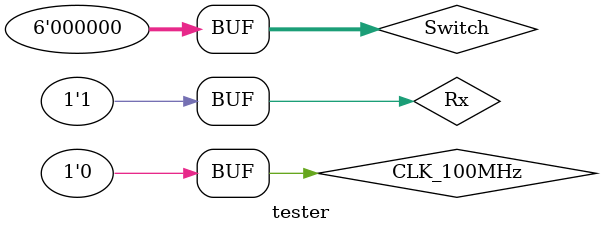
<source format=v>
`timescale 1ns / 1ps


module tester;

	// Inputs
	reg CLK_100MHz;
	reg [5:0] Switch;
	reg Rx;

	// Outputs
	wire Tx;
	wire [0:7] LED;
	wire [7:0] SevenSegment;
	wire [2:0] SevenSegmentEnable;

	// Instantiate the Unit Under Test (UUT)
	uart_demo uut (
		.CLK_100MHz(CLK_100MHz), 
		.Switch(Switch), 
		.Rx(Rx), 
		.Tx(Tx), 
		.LED(LED), 
		.SevenSegment(SevenSegment), 
		.SevenSegmentEnable(SevenSegmentEnable)
	);

	initial begin
		// Initialize Inputs
		CLK_100MHz = 0;
		Switch = 0;
		Rx = 0;

		// Wait 100 ns for global reset to finish
		#100;
        
		// Add stimulus here
		#50 Rx = 1;

	end
	
	initial begin
		$monitor("Tx = %d, Rx = %d", Tx, Rx);
	end
      
endmodule


</source>
